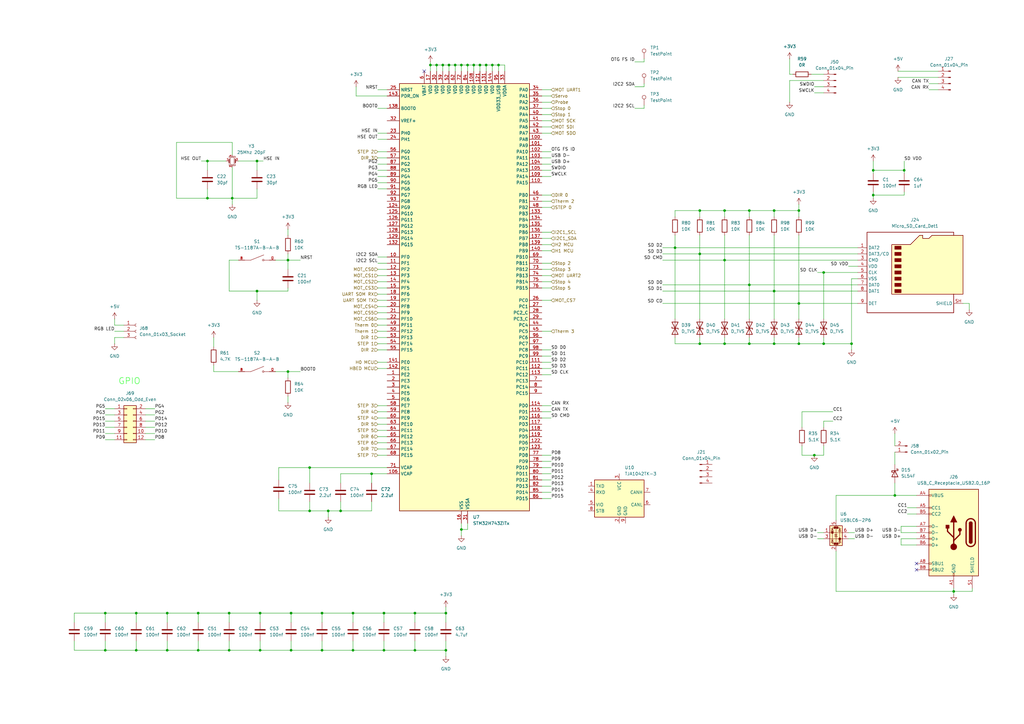
<source format=kicad_sch>
(kicad_sch (version 20231120) (generator "eeschema") (generator_version "8.0")
  (paper "A3")
  (junction (at 191.77 26.67))
  (junction (at 119.38 251.46))
  (junction (at 55.88 251.46))
  (junction (at 157.48 266.7))
  (junction (at 287.02 86.36))
  (junction (at 176.53 26.67))
  (junction (at 127 209.55))
  (junction (at 307.34 140.97))
  (junction (at 189.23 26.67))
  (junction (at 157.48 251.46))
  (junction (at 43.18 251.46))
  (junction (at 43.18 266.7))
  (junction (at 327.66 124.46))
  (junction (at 358.14 69.85))
  (junction (at 105.41 119.38))
  (junction (at 81.28 266.7))
  (junction (at 317.5 119.38))
  (junction (at 317.5 86.36))
  (junction (at 93.98 251.46))
  (junction (at 68.58 266.7))
  (junction (at 170.18 251.46))
  (junction (at 276.86 101.6))
  (junction (at 337.82 111.76))
  (junction (at 139.7 209.55))
  (junction (at 81.28 251.46))
  (junction (at 204.47 26.67))
  (junction (at 334.01 186.69))
  (junction (at 127 191.77))
  (junction (at 118.11 106.68))
  (junction (at 132.08 251.46))
  (junction (at 367.03 203.2))
  (junction (at 391.16 242.57))
  (junction (at 194.31 26.67))
  (junction (at 307.34 116.84))
  (junction (at 287.02 140.97))
  (junction (at 199.39 26.67))
  (junction (at 144.78 266.7))
  (junction (at 85.09 66.04))
  (junction (at 106.68 251.46))
  (junction (at 134.62 209.55))
  (junction (at 179.07 26.67))
  (junction (at 317.5 140.97))
  (junction (at 297.18 86.36))
  (junction (at 349.25 140.97))
  (junction (at 181.61 26.67))
  (junction (at 186.69 26.67))
  (junction (at 95.25 81.28))
  (junction (at 297.18 140.97))
  (junction (at 287.02 104.14))
  (junction (at 68.58 251.46))
  (junction (at 152.4 194.31))
  (junction (at 182.88 266.7))
  (junction (at 105.41 66.04))
  (junction (at 337.82 140.97))
  (junction (at 182.88 251.46))
  (junction (at 196.85 26.67))
  (junction (at 189.23 217.17))
  (junction (at 144.78 251.46))
  (junction (at 106.68 266.7))
  (junction (at 55.88 266.7))
  (junction (at 327.66 86.36))
  (junction (at 370.84 69.85))
  (junction (at 184.15 26.67))
  (junction (at 358.14 80.01))
  (junction (at 132.08 266.7))
  (junction (at 118.11 152.4))
  (junction (at 327.66 140.97))
  (junction (at 201.93 26.67))
  (junction (at 85.09 81.28))
  (junction (at 307.34 86.36))
  (junction (at 297.18 106.68))
  (junction (at 119.38 266.7))
  (junction (at 93.98 266.7))
  (junction (at 170.18 266.7))
  (no_connect (at 375.92 231.14))
  (no_connect (at 375.92 233.68))
  (no_connect (at 173.99 29.21))
  (wire (pts (xy 43.18 167.64) (xy 46.99 167.64)))
  (wire (pts (xy 154.94 179.07) (xy 158.75 179.07)))
  (wire (pts (xy 323.85 33.02) (xy 337.82 33.02)))
  (wire (pts (xy 55.88 266.7) (xy 43.18 266.7)))
  (wire (pts (xy 43.18 177.8) (xy 46.99 177.8)))
  (wire (pts (xy 63.5 167.64) (xy 59.69 167.64)))
  (wire (pts (xy 226.06 107.95) (xy 222.25 107.95)))
  (wire (pts (xy 307.34 116.84) (xy 351.79 116.84)))
  (wire (pts (xy 226.06 196.85) (xy 222.25 196.85)))
  (wire (pts (xy 93.98 251.46) (xy 106.68 251.46)))
  (wire (pts (xy 317.5 119.38) (xy 317.5 130.81)))
  (wire (pts (xy 46.99 140.97) (xy 46.99 138.43)))
  (wire (pts (xy 297.18 138.43) (xy 297.18 140.97)))
  (wire (pts (xy 154.94 118.11) (xy 158.75 118.11)))
  (wire (pts (xy 226.06 168.91) (xy 222.25 168.91)))
  (wire (pts (xy 297.18 86.36) (xy 297.18 88.9)))
  (wire (pts (xy 398.78 241.3) (xy 398.78 242.57)))
  (wire (pts (xy 358.14 80.01) (xy 358.14 81.28)))
  (wire (pts (xy 334.01 38.1) (xy 337.82 38.1)))
  (wire (pts (xy 226.06 95.25) (xy 222.25 95.25)))
  (wire (pts (xy 226.06 46.99) (xy 222.25 46.99)))
  (wire (pts (xy 46.99 138.43) (xy 50.8 138.43)))
  (wire (pts (xy 43.18 251.46) (xy 55.88 251.46)))
  (wire (pts (xy 226.06 82.55) (xy 222.25 82.55)))
  (wire (pts (xy 127 205.74) (xy 127 209.55)))
  (wire (pts (xy 43.18 262.89) (xy 43.18 266.7)))
  (wire (pts (xy 307.34 86.36) (xy 317.5 86.36)))
  (wire (pts (xy 226.06 54.61) (xy 222.25 54.61)))
  (wire (pts (xy 95.25 63.5) (xy 95.25 58.42)))
  (wire (pts (xy 46.99 130.81) (xy 46.99 133.35)))
  (wire (pts (xy 226.06 52.07) (xy 222.25 52.07)))
  (wire (pts (xy 118.11 119.38) (xy 105.41 119.38)))
  (wire (pts (xy 170.18 266.7) (xy 157.48 266.7)))
  (wire (pts (xy 287.02 86.36) (xy 297.18 86.36)))
  (wire (pts (xy 182.88 251.46) (xy 182.88 255.27)))
  (wire (pts (xy 226.06 199.39) (xy 222.25 199.39)))
  (wire (pts (xy 351.79 114.3) (xy 349.25 114.3)))
  (wire (pts (xy 276.86 96.52) (xy 276.86 101.6)))
  (wire (pts (xy 226.06 166.37) (xy 222.25 166.37)))
  (wire (pts (xy 139.7 209.55) (xy 139.7 205.74)))
  (wire (pts (xy 334.01 35.56) (xy 337.82 35.56)))
  (wire (pts (xy 349.25 114.3) (xy 349.25 140.97)))
  (wire (pts (xy 358.14 66.04) (xy 358.14 69.85)))
  (wire (pts (xy 337.82 175.26) (xy 337.82 172.72)))
  (wire (pts (xy 105.41 77.47) (xy 105.41 81.28)))
  (wire (pts (xy 114.3 191.77) (xy 127 191.77)))
  (wire (pts (xy 226.06 100.33) (xy 222.25 100.33)))
  (wire (pts (xy 196.85 29.21) (xy 196.85 26.67)))
  (wire (pts (xy 194.31 26.67) (xy 191.77 26.67)))
  (wire (pts (xy 154.94 120.65) (xy 158.75 120.65)))
  (wire (pts (xy 63.5 175.26) (xy 59.69 175.26)))
  (wire (pts (xy 191.77 217.17) (xy 189.23 217.17)))
  (wire (pts (xy 307.34 116.84) (xy 307.34 130.81)))
  (wire (pts (xy 369.57 215.9) (xy 375.92 215.9)))
  (wire (pts (xy 226.06 44.45) (xy 222.25 44.45)))
  (wire (pts (xy 287.02 104.14) (xy 351.79 104.14)))
  (wire (pts (xy 349.25 140.97) (xy 349.25 143.51)))
  (wire (pts (xy 154.94 113.03) (xy 158.75 113.03)))
  (wire (pts (xy 46.99 133.35) (xy 50.8 133.35)))
  (wire (pts (xy 226.06 115.57) (xy 222.25 115.57)))
  (wire (pts (xy 317.5 96.52) (xy 317.5 119.38)))
  (wire (pts (xy 260.35 35.56) (xy 264.16 35.56)))
  (wire (pts (xy 199.39 29.21) (xy 199.39 26.67)))
  (wire (pts (xy 271.78 124.46) (xy 327.66 124.46)))
  (wire (pts (xy 337.82 111.76) (xy 337.82 130.81)))
  (wire (pts (xy 182.88 248.92) (xy 182.88 251.46)))
  (wire (pts (xy 307.34 138.43) (xy 307.34 140.97)))
  (wire (pts (xy 85.09 66.04) (xy 92.71 66.04)))
  (wire (pts (xy 118.11 162.56) (xy 118.11 165.1)))
  (wire (pts (xy 226.06 85.09) (xy 222.25 85.09)))
  (wire (pts (xy 226.06 186.69) (xy 222.25 186.69)))
  (wire (pts (xy 176.53 26.67) (xy 176.53 29.21)))
  (wire (pts (xy 158.75 39.37) (xy 146.05 39.37)))
  (wire (pts (xy 191.77 26.67) (xy 189.23 26.67)))
  (wire (pts (xy 370.84 80.01) (xy 358.14 80.01)))
  (wire (pts (xy 152.4 205.74) (xy 152.4 209.55)))
  (wire (pts (xy 369.57 223.52) (xy 375.92 223.52)))
  (wire (pts (xy 179.07 26.67) (xy 176.53 26.67)))
  (wire (pts (xy 85.09 81.28) (xy 95.25 81.28)))
  (wire (pts (xy 381 34.29) (xy 384.81 34.29)))
  (wire (pts (xy 226.06 194.31) (xy 222.25 194.31)))
  (wire (pts (xy 105.41 119.38) (xy 105.41 123.19)))
  (wire (pts (xy 264.16 35.56) (xy 264.16 34.29)))
  (wire (pts (xy 154.94 148.59) (xy 158.75 148.59)))
  (wire (pts (xy 191.77 29.21) (xy 191.77 26.67)))
  (wire (pts (xy 337.82 172.72) (xy 341.63 172.72)))
  (wire (pts (xy 199.39 26.67) (xy 196.85 26.67)))
  (wire (pts (xy 154.94 135.89) (xy 158.75 135.89)))
  (wire (pts (xy 397.51 124.46) (xy 397.51 127)))
  (wire (pts (xy 287.02 86.36) (xy 287.02 88.9)))
  (wire (pts (xy 154.94 176.53) (xy 158.75 176.53)))
  (wire (pts (xy 328.93 186.69) (xy 334.01 186.69)))
  (wire (pts (xy 154.94 74.93) (xy 158.75 74.93)))
  (wire (pts (xy 375.92 203.2) (xy 367.03 203.2)))
  (wire (pts (xy 287.02 86.36) (xy 276.86 86.36)))
  (wire (pts (xy 327.66 124.46) (xy 327.66 130.81)))
  (wire (pts (xy 68.58 251.46) (xy 68.58 255.27)))
  (wire (pts (xy 287.02 96.52) (xy 287.02 104.14)))
  (wire (pts (xy 207.01 26.67) (xy 204.47 26.67)))
  (wire (pts (xy 391.16 241.3) (xy 391.16 242.57)))
  (wire (pts (xy 372.11 208.28) (xy 375.92 208.28)))
  (wire (pts (xy 189.23 26.67) (xy 186.69 26.67)))
  (wire (pts (xy 118.11 106.68) (xy 118.11 110.49)))
  (wire (pts (xy 287.02 140.97) (xy 297.18 140.97)))
  (wire (pts (xy 63.5 172.72) (xy 59.69 172.72)))
  (wire (pts (xy 182.88 251.46) (xy 170.18 251.46)))
  (wire (pts (xy 146.05 39.37) (xy 146.05 35.56)))
  (wire (pts (xy 368.3 29.21) (xy 384.81 29.21)))
  (wire (pts (xy 226.06 191.77) (xy 222.25 191.77)))
  (wire (pts (xy 226.06 151.13) (xy 222.25 151.13)))
  (wire (pts (xy 154.94 133.35) (xy 158.75 133.35)))
  (wire (pts (xy 327.66 86.36) (xy 327.66 88.9)))
  (wire (pts (xy 152.4 194.31) (xy 158.75 194.31)))
  (wire (pts (xy 127 191.77) (xy 158.75 191.77)))
  (wire (pts (xy 201.93 29.21) (xy 201.93 26.67)))
  (wire (pts (xy 81.28 251.46) (xy 81.28 255.27)))
  (wire (pts (xy 189.23 214.63) (xy 189.23 217.17)))
  (wire (pts (xy 342.9 203.2) (xy 367.03 203.2)))
  (wire (pts (xy 154.94 69.85) (xy 158.75 69.85)))
  (wire (pts (xy 226.06 69.85) (xy 222.25 69.85)))
  (wire (pts (xy 118.11 118.11) (xy 118.11 119.38)))
  (wire (pts (xy 226.06 72.39) (xy 222.25 72.39)))
  (wire (pts (xy 106.68 262.89) (xy 106.68 266.7)))
  (wire (pts (xy 154.94 64.77) (xy 158.75 64.77)))
  (wire (pts (xy 307.34 140.97) (xy 317.5 140.97)))
  (wire (pts (xy 226.06 189.23) (xy 222.25 189.23)))
  (wire (pts (xy 276.86 140.97) (xy 287.02 140.97)))
  (wire (pts (xy 93.98 106.68) (xy 93.98 119.38)))
  (wire (pts (xy 132.08 251.46) (xy 144.78 251.46)))
  (wire (pts (xy 264.16 44.45) (xy 264.16 43.18)))
  (wire (pts (xy 139.7 198.12) (xy 139.7 194.31)))
  (wire (pts (xy 191.77 214.63) (xy 191.77 217.17)))
  (wire (pts (xy 43.18 266.7) (xy 30.48 266.7)))
  (wire (pts (xy 350.52 218.44) (xy 347.98 218.44)))
  (wire (pts (xy 327.66 138.43) (xy 327.66 140.97)))
  (wire (pts (xy 63.5 180.34) (xy 59.69 180.34)))
  (wire (pts (xy 139.7 194.31) (xy 152.4 194.31)))
  (wire (pts (xy 170.18 262.89) (xy 170.18 266.7)))
  (wire (pts (xy 328.93 175.26) (xy 328.93 168.91)))
  (wire (pts (xy 95.25 68.58) (xy 95.25 81.28)))
  (wire (pts (xy 226.06 148.59) (xy 222.25 148.59)))
  (wire (pts (xy 113.03 106.68) (xy 118.11 106.68)))
  (wire (pts (xy 297.18 106.68) (xy 351.79 106.68)))
  (wire (pts (xy 154.94 151.13) (xy 158.75 151.13)))
  (wire (pts (xy 95.25 58.42) (xy 72.39 58.42)))
  (wire (pts (xy 271.78 106.68) (xy 297.18 106.68)))
  (wire (pts (xy 182.88 269.24) (xy 182.88 266.7)))
  (wire (pts (xy 55.88 251.46) (xy 55.88 255.27)))
  (wire (pts (xy 337.82 140.97) (xy 349.25 140.97)))
  (wire (pts (xy 154.94 72.39) (xy 158.75 72.39)))
  (wire (pts (xy 93.98 266.7) (xy 81.28 266.7)))
  (wire (pts (xy 335.28 111.76) (xy 337.82 111.76)))
  (wire (pts (xy 72.39 81.28) (xy 85.09 81.28)))
  (wire (pts (xy 181.61 26.67) (xy 184.15 26.67)))
  (wire (pts (xy 323.85 30.48) (xy 323.85 24.13)))
  (wire (pts (xy 186.69 26.67) (xy 184.15 26.67)))
  (wire (pts (xy 63.5 177.8) (xy 59.69 177.8)))
  (wire (pts (xy 105.41 69.85) (xy 105.41 66.04)))
  (wire (pts (xy 154.94 54.61) (xy 158.75 54.61)))
  (wire (pts (xy 134.62 209.55) (xy 139.7 209.55)))
  (wire (pts (xy 119.38 251.46) (xy 119.38 255.27)))
  (wire (pts (xy 157.48 262.89) (xy 157.48 266.7)))
  (wire (pts (xy 106.68 266.7) (xy 119.38 266.7)))
  (wire (pts (xy 226.06 113.03) (xy 222.25 113.03)))
  (wire (pts (xy 342.9 226.06) (xy 342.9 242.57)))
  (wire (pts (xy 30.48 251.46) (xy 30.48 255.27)))
  (wire (pts (xy 367.03 185.42) (xy 367.03 190.5)))
  (wire (pts (xy 152.4 198.12) (xy 152.4 194.31)))
  (wire (pts (xy 63.5 170.18) (xy 59.69 170.18)))
  (wire (pts (xy 337.82 138.43) (xy 337.82 140.97)))
  (wire (pts (xy 226.06 36.83) (xy 222.25 36.83)))
  (wire (pts (xy 154.94 107.95) (xy 158.75 107.95)))
  (wire (pts (xy 132.08 266.7) (xy 119.38 266.7)))
  (wire (pts (xy 370.84 66.04) (xy 370.84 69.85)))
  (wire (pts (xy 154.94 138.43) (xy 158.75 138.43)))
  (wire (pts (xy 271.78 119.38) (xy 317.5 119.38)))
  (wire (pts (xy 226.06 201.93) (xy 222.25 201.93)))
  (wire (pts (xy 276.86 86.36) (xy 276.86 88.9)))
  (wire (pts (xy 97.79 66.04) (xy 105.41 66.04)))
  (wire (pts (xy 323.85 41.91) (xy 323.85 33.02)))
  (wire (pts (xy 317.5 86.36) (xy 317.5 88.9)))
  (wire (pts (xy 226.06 143.51) (xy 222.25 143.51)))
  (wire (pts (xy 170.18 251.46) (xy 157.48 251.46)))
  (wire (pts (xy 307.34 96.52) (xy 307.34 116.84)))
  (wire (pts (xy 81.28 251.46) (xy 93.98 251.46)))
  (wire (pts (xy 342.9 213.36) (xy 342.9 203.2)))
  (wire (pts (xy 154.94 57.15) (xy 158.75 57.15)))
  (wire (pts (xy 114.3 209.55) (xy 127 209.55)))
  (wire (pts (xy 55.88 262.89) (xy 55.88 266.7)))
  (wire (pts (xy 154.94 166.37) (xy 158.75 166.37)))
  (wire (pts (xy 391.16 242.57) (xy 391.16 243.84)))
  (wire (pts (xy 93.98 266.7) (xy 106.68 266.7)))
  (wire (pts (xy 179.07 29.21) (xy 179.07 26.67)))
  (wire (pts (xy 81.28 266.7) (xy 68.58 266.7)))
  (wire (pts (xy 226.06 39.37) (xy 222.25 39.37)))
  (wire (pts (xy 226.06 67.31) (xy 222.25 67.31)))
  (wire (pts (xy 154.94 115.57) (xy 158.75 115.57)))
  (wire (pts (xy 226.06 41.91) (xy 222.25 41.91)))
  (wire (pts (xy 181.61 29.21) (xy 181.61 26.67)))
  (wire (pts (xy 222.25 135.89) (xy 226.06 135.89)))
  (wire (pts (xy 132.08 262.89) (xy 132.08 266.7)))
  (wire (pts (xy 367.03 177.8) (xy 367.03 182.88)))
  (wire (pts (xy 43.18 180.34) (xy 46.99 180.34)))
  (wire (pts (xy 276.86 101.6) (xy 351.79 101.6)))
  (wire (pts (xy 119.38 262.89) (xy 119.38 266.7)))
  (wire (pts (xy 154.94 168.91) (xy 158.75 168.91)))
  (wire (pts (xy 337.82 111.76) (xy 351.79 111.76)))
  (wire (pts (xy 118.11 106.68) (xy 123.19 106.68)))
  (wire (pts (xy 68.58 266.7) (xy 55.88 266.7)))
  (wire (pts (xy 154.94 181.61) (xy 158.75 181.61)))
  (wire (pts (xy 157.48 266.7) (xy 144.78 266.7)))
  (wire (pts (xy 154.94 125.73) (xy 158.75 125.73)))
  (wire (pts (xy 297.18 140.97) (xy 307.34 140.97)))
  (wire (pts (xy 201.93 26.67) (xy 199.39 26.67)))
  (wire (pts (xy 118.11 154.94) (xy 118.11 152.4)))
  (wire (pts (xy 154.94 123.19) (xy 158.75 123.19)))
  (wire (pts (xy 182.88 266.7) (xy 170.18 266.7)))
  (wire (pts (xy 114.3 196.85) (xy 114.3 191.77)))
  (wire (pts (xy 276.86 101.6) (xy 276.86 130.81)))
  (wire (pts (xy 93.98 262.89) (xy 93.98 266.7)))
  (wire (pts (xy 226.06 110.49) (xy 222.25 110.49)))
  (wire (pts (xy 226.06 146.05) (xy 222.25 146.05)))
  (wire (pts (xy 85.09 69.85) (xy 85.09 66.04)))
  (wire (pts (xy 297.18 86.36) (xy 307.34 86.36)))
  (wire (pts (xy 317.5 140.97) (xy 327.66 140.97)))
  (wire (pts (xy 154.94 77.47) (xy 158.75 77.47)))
  (wire (pts (xy 118.11 152.4) (xy 123.19 152.4)))
  (wire (pts (xy 358.14 78.74) (xy 358.14 80.01)))
  (wire (pts (xy 276.86 138.43) (xy 276.86 140.97)))
  (wire (pts (xy 226.06 118.11) (xy 222.25 118.11)))
  (wire (pts (xy 186.69 29.21) (xy 186.69 26.67)))
  (wire (pts (xy 334.01 186.69) (xy 337.82 186.69)))
  (wire (pts (xy 368.3 31.75) (xy 384.81 31.75)))
  (wire (pts (xy 226.06 64.77) (xy 222.25 64.77)))
  (wire (pts (xy 105.41 119.38) (xy 93.98 119.38)))
  (wire (pts (xy 154.94 140.97) (xy 158.75 140.97)))
  (wire (pts (xy 154.94 171.45) (xy 158.75 171.45)))
  (wire (pts (xy 226.06 97.79) (xy 222.25 97.79)))
  (wire (pts (xy 327.66 83.82) (xy 327.66 86.36)))
  (wire (pts (xy 317.5 86.36) (xy 327.66 86.36)))
  (wire (pts (xy 68.58 251.46) (xy 81.28 251.46)))
  (wire (pts (xy 82.55 66.04) (xy 85.09 66.04)))
  (wire (pts (xy 154.94 173.99) (xy 158.75 173.99)))
  (wire (pts (xy 154.94 44.45) (xy 158.75 44.45)))
  (wire (pts (xy 194.31 29.21) (xy 194.31 26.67)))
  (wire (pts (xy 271.78 101.6) (xy 276.86 101.6)))
  (wire (pts (xy 144.78 262.89) (xy 144.78 266.7)))
  (wire (pts (xy 106.68 251.46) (xy 106.68 255.27)))
  (wire (pts (xy 337.82 186.69) (xy 337.82 182.88)))
  (wire (pts (xy 154.94 130.81) (xy 158.75 130.81)))
  (wire (pts (xy 369.57 220.98) (xy 369.57 223.52)))
  (wire (pts (xy 154.94 110.49) (xy 158.75 110.49)))
  (wire (pts (xy 370.84 78.74) (xy 370.84 80.01)))
  (wire (pts (xy 43.18 175.26) (xy 46.99 175.26)))
  (wire (pts (xy 154.94 128.27) (xy 158.75 128.27)))
  (wire (pts (xy 170.18 251.46) (xy 170.18 255.27)))
  (wire (pts (xy 144.78 251.46) (xy 144.78 255.27)))
  (wire (pts (xy 43.18 170.18) (xy 46.99 170.18)))
  (wire (pts (xy 317.5 119.38) (xy 351.79 119.38)))
  (wire (pts (xy 114.3 204.47) (xy 114.3 209.55)))
  (wire (pts (xy 181.61 26.67) (xy 179.07 26.67)))
  (wire (pts (xy 226.06 49.53) (xy 222.25 49.53)))
  (wire (pts (xy 271.78 104.14) (xy 287.02 104.14)))
  (wire (pts (xy 87.63 149.86) (xy 87.63 152.4)))
  (wire (pts (xy 332.74 30.48) (xy 337.82 30.48)))
  (wire (pts (xy 154.94 186.69) (xy 158.75 186.69)))
  (wire (pts (xy 226.06 62.23) (xy 222.25 62.23)))
  (wire (pts (xy 372.11 210.82) (xy 375.92 210.82)))
  (wire (pts (xy 106.68 251.46) (xy 119.38 251.46)))
  (wire (pts (xy 307.34 86.36) (xy 307.34 88.9)))
  (wire (pts (xy 176.53 25.4) (xy 176.53 26.67)))
  (wire (pts (xy 157.48 251.46) (xy 157.48 255.27)))
  (wire (pts (xy 328.93 168.91) (xy 341.63 168.91)))
  (wire (pts (xy 381 36.83) (xy 384.81 36.83)))
  (wire (pts (xy 317.5 138.43) (xy 317.5 140.97)))
  (wire (pts (xy 154.94 62.23) (xy 158.75 62.23)))
  (wire (pts (xy 144.78 251.46) (xy 157.48 251.46)))
  (wire (pts (xy 87.63 138.43) (xy 87.63 142.24)))
  (wire (pts (xy 271.78 116.84) (xy 307.34 116.84)))
  (wire (pts (xy 30.48 266.7) (xy 30.48 262.89)))
  (wire (pts (xy 297.18 96.52) (xy 297.18 106.68)))
  (wire (pts (xy 260.35 25.4) (xy 264.16 25.4)))
  (wire (pts (xy 43.18 172.72) (xy 46.99 172.72)))
  (wire (pts (xy 105.41 66.04) (xy 107.95 66.04)))
  (wire (pts (xy 327.66 124.46) (xy 351.79 124.46)))
  (wire (pts (xy 184.15 29.21) (xy 184.15 26.67)))
  (wire (pts (xy 375.92 218.44) (xy 369.57 218.44)))
  (wire (pts (xy 369.57 218.44) (xy 369.57 215.9)))
  (wire (pts (xy 207.01 29.21) (xy 207.01 26.67)))
  (wire (pts (xy 347.98 109.22) (xy 351.79 109.22)))
  (wire (pts (xy 297.18 106.68) (xy 297.18 130.81)))
  (wire (pts (xy 68.58 262.89) (xy 68.58 266.7)))
  (wire (pts (xy 358.14 69.85) (xy 370.84 69.85)))
  (wire (pts (xy 81.28 262.89) (xy 81.28 266.7)))
  (wire (pts (xy 55.88 251.46) (xy 68.58 251.46)))
  (wire (pts (xy 154.94 67.31) (xy 158.75 67.31)))
  (wire (pts (xy 204.47 26.67) (xy 201.93 26.67)))
  (wire (pts (xy 105.41 81.28) (xy 95.25 81.28)))
  (wire (pts (xy 134.62 212.09) (xy 134.62 209.55)))
  (wire (pts (xy 204.47 29.21) (xy 204.47 26.67)))
  (wire (pts (xy 367.03 203.2) (xy 367.03 198.12)))
  (wire (pts (xy 119.38 251.46) (xy 132.08 251.46)))
  (wire (pts (xy 342.9 242.57) (xy 391.16 242.57)))
  (wire (pts (xy 154.94 36.83) (xy 158.75 36.83)))
  (wire (pts (xy 335.28 220.98) (xy 337.82 220.98)))
  (wire (pts (xy 72.39 58.42) (xy 72.39 81.28)))
  (wire (pts (xy 93.98 106.68) (xy 97.79 106.68)))
  (wire (pts (xy 264.16 25.4) (xy 264.16 24.13)))
  (wire (pts (xy 127 198.12) (xy 127 191.77)))
  (wire (pts (xy 154.94 184.15) (xy 158.75 184.15)))
  (wire (pts (xy 226.06 102.87) (xy 222.25 102.87)))
  (wire (pts (xy 287.02 138.43) (xy 287.02 140.97)))
  (wire (pts (xy 325.12 30.48) (xy 323.85 30.48)))
  (wire (pts (xy 46.99 135.89) (xy 50.8 135.89)))
  (wire (pts (xy 226.06 171.45) (xy 222.25 171.45)))
  (wire (pts (xy 87.63 152.4) (xy 97.79 152.4)))
  (wire (pts (xy 85.09 77.47) (xy 85.09 81.28)))
  (wire (pts (xy 287.02 104.14) (xy 287.02 130.81)))
  (wire (pts (xy 118.11 93.98) (xy 118.11 96.52)))
  (wire (pts (xy 226.06 123.19) (xy 222.25 123.19)))
  (wire (pts (xy 118.11 152.4) (xy 113.03 152.4)))
  (wire (pts (xy 132.08 251.46) (xy 132.08 255.27)))
  (wire (pts (xy 189.23 217.17) (xy 189.23 219.71)))
  (wire (pts (xy 358.14 69.85) (xy 358.14 71.12)))
  (wire (pts (xy 260.35 44.45) (xy 264.16 44.45)))
  (wire (pts (xy 144.78 266.7) (xy 132.08 266.7)))
  (wire (pts (xy 335.28 218.44) (xy 337.82 218.44)))
  (wire (pts (xy 154.94 105.41) (xy 158.75 105.41)))
  (wire (pts (xy 328.93 182.88) (xy 328.93 186.69)))
  (wire (pts (xy 95.25 81.28) (xy 95.25 83.82)))
  (wire (pts (xy 327.66 140.97) (xy 337.82 140.97)))
  (wire (pts (xy 226.06 80.01) (xy 222.25 80.01)))
  (wire (pts (xy 350.52 220.98) (xy 347.98 220.98)))
  (wire (pts (xy 226.06 153.67) (xy 222.25 153.67)))
  (wire (pts (xy 43.18 251.46) (xy 30.48 251.46)))
  (wire (pts (xy 182.88 262.89) (xy 182.88 266.7)))
  (wire (pts (xy 327.66 96.52) (xy 327.66 124.46)))
  (wire (pts (xy 370.84 69.85) (xy 370.84 71.12)))
  (wire (pts (xy 154.94 143.51) (xy 158.75 143.51)))
  (wire (pts (xy 196.85 26.67) (xy 194.31 26.67)))
  (wire (pts (xy 127 209.55) (xy 134.62 209.55)))
  (wire (pts (xy 369.57 220.98) (xy 375.92 220.98)))
  (wire (pts (xy 398.78 242.57) (xy 391.16 242.57)))
  (wire (pts (xy 394.97 124.46) (xy 397.51 124.46)))
  (wire (pts (xy 93.98 251.46) (xy 93.98 255.27)))
  (wire (pts (xy 226.06 204.47) (xy 222.25 204.47)))
  (wire (pts (xy 189.23 29.21) (xy 189.23 26.67)))
  (wire (pts (xy 152.4 209.55) (xy 139.7 209.55)))
  (wire (pts (xy 43.18 251.46) (xy 43.18 255.27)))
  (wire (pts (xy 118.11 106.68) (xy 118.11 104.14)))
  (text "GPIO" (at 53.086 156.464 0) (effects (font (size 2.54 2.54))))
  (label "PG5" (at 154.94 74.93 180))
  (label "I2C2 SDA" (at 260.35 35.56 180))
  (label "SD CLK" (at 335.28 111.76 180))
  (label "SD CMD" (at 226.06 171.45 0))
  (label "CAN RX" (at 226.06 166.37 0))
  (label "PD9" (at 43.18 180.34 180))
  (label "SD D1" (at 226.06 146.05 0))
  (label "PD11" (at 226.06 194.31 0))
  (label "PD9" (at 226.06 189.23 0))
  (label "PD13" (at 43.18 175.26 180))
  (label "HSE OUT" (at 82.55 66.04 180))
  (label "SD CLK" (at 226.06 153.67 0))
  (label "HSE IN" (at 107.95 66.04 0))
  (label "USB D+" (at 369.57 220.98 180))
  (label "CC1" (at 341.63 168.91 0))
  (label "SWDIO" (at 226.06 69.85 0))
  (label "PD12" (at 63.5 175.26 0))
  (label "RGB LED" (at 154.94 77.47 180))
  (label "SD VDD" (at 370.84 66.04 0))
  (label "PD10" (at 63.5 177.8 0))
  (label "PD12" (at 226.06 196.85 0))
  (label "PG5" (at 43.18 167.64 180))
  (label "HSE OUT" (at 154.94 57.15 180))
  (label "SD D0" (at 226.06 143.51 0))
  (label "SWCLK" (at 226.06 72.39 0))
  (label "OTG FS ID" (at 226.06 62.23 0))
  (label "PD8" (at 63.5 180.34 0))
  (label "PG3" (at 154.94 69.85 180))
  (label "PG3" (at 43.18 170.18 180))
  (label "SD D3" (at 226.06 151.13 0))
  (label "PG4" (at 154.94 72.39 180))
  (label "I2C2 SCL" (at 154.94 107.95 180))
  (label "OTG FS ID" (at 260.35 25.4 180))
  (label "NRST" (at 154.94 36.83 180))
  (label "SD VDD" (at 347.98 109.22 180))
  (label "PG4" (at 63.5 167.64 0))
  (label "CAN TX" (at 381 34.29 180))
  (label "I2C2 SCL" (at 260.35 44.45 180))
  (label "PD14" (at 226.06 201.93 0))
  (label "USB D-" (at 226.06 64.77 0))
  (label "SD D3" (at 271.78 104.14 180))
  (label "USB D+" (at 226.06 67.31 0))
  (label "PD14" (at 63.5 172.72 0))
  (label "SWCLK" (at 334.01 38.1 180))
  (label "SD D0" (at 271.78 116.84 180))
  (label "USB D+" (at 335.28 218.44 180))
  (label "PD10" (at 226.06 191.77 0))
  (label "SD CD" (at 271.78 124.46 180))
  (label "PG2" (at 154.94 67.31 180))
  (label "PD15" (at 43.18 172.72 180))
  (label "SD D2" (at 226.06 148.59 0))
  (label "CC2" (at 372.11 210.82 180))
  (label "SD CMD" (at 271.78 106.68 180))
  (label "HSE IN" (at 154.94 54.61 180))
  (label "PD8" (at 226.06 186.69 0))
  (label "PD11" (at 43.18 177.8 180))
  (label "BOOT0" (at 123.19 152.4 0))
  (label "SD D1" (at 271.78 119.38 180))
  (label "CC2" (at 341.63 172.72 0))
  (label "PD15" (at 226.06 204.47 0))
  (label "CAN TX" (at 226.06 168.91 0))
  (label "CC1" (at 372.11 208.28 180))
  (label "PD13" (at 226.06 199.39 0))
  (label "SD D2" (at 271.78 101.6 180))
  (label "PG2" (at 63.5 170.18 0))
  (label "USB D+" (at 350.52 218.44 0))
  (label "USB D-" (at 350.52 220.98 0))
  (label "BOOT0" (at 154.94 44.45 180))
  (label "SWDIO" (at 334.01 35.56 180))
  (label "RGB LED" (at 46.99 135.89 180))
  (label "CAN RX" (at 381 36.83 180))
  (label "USB D-" (at 369.57 218.44 180))
  (label "NRST" (at 123.19 106.68 0))
  (label "USB D-" (at 335.28 220.98 180))
  (label "I2C2 SDA" (at 154.94 105.41 180))
  (hierarchical_label "MOT_CS2" (shape input) (at 154.94 115.57 180))
  (hierarchical_label "STEP 4" (shape input) (at 154.94 171.45 180))
  (hierarchical_label "MOT_CS4" (shape input) (at 154.94 125.73 180))
  (hierarchical_label "UART SOM TX" (shape input) (at 154.94 123.19 180))
  (hierarchical_label "STEP 0" (shape input) (at 226.06 85.09 0))
  (hierarchical_label "DIR 7" (shape input) (at 154.94 184.15 180))
  (hierarchical_label "MOT_CS7" (shape input) (at 226.06 123.19 0))
  (hierarchical_label "STEP 6" (shape input) (at 154.94 181.61 180))
  (hierarchical_label "Stop 1" (shape input) (at 226.06 46.99 0))
  (hierarchical_label "Stop 4" (shape input) (at 226.06 115.57 0))
  (hierarchical_label "STEP 5" (shape input) (at 154.94 176.53 180))
  (hierarchical_label "MOT SDI" (shape input) (at 226.06 52.07 0))
  (hierarchical_label "DIR 1" (shape input) (at 154.94 138.43 180))
  (hierarchical_label "HBED MCU" (shape input) (at 154.94 151.13 180))
  (hierarchical_label "Stop 3" (shape input) (at 226.06 110.49 0))
  (hierarchical_label "DIR 5" (shape input) (at 154.94 173.99 180))
  (hierarchical_label "Therm 2" (shape input) (at 226.06 82.55 0))
  (hierarchical_label "Stop 0" (shape input) (at 226.06 44.45 0))
  (hierarchical_label "UART SOM RX" (shape input) (at 154.94 120.65 180))
  (hierarchical_label "MOT UART2" (shape input) (at 226.06 113.03 0))
  (hierarchical_label "MOT_CS0" (shape input) (at 154.94 110.49 180))
  (hierarchical_label "STEP 1" (shape input) (at 154.94 140.97 180))
  (hierarchical_label "STEP 7" (shape input) (at 154.94 186.69 180))
  (hierarchical_label "Therm 1" (shape input) (at 154.94 135.89 180))
  (hierarchical_label "Therm 3" (shape input) (at 226.06 135.89 0))
  (hierarchical_label "MOT_CS1" (shape input) (at 154.94 113.03 180))
  (hierarchical_label "DIR 4" (shape input) (at 154.94 168.91 180))
  (hierarchical_label "H2 MCU" (shape input) (at 226.06 100.33 0))
  (hierarchical_label "MOT_CS6" (shape input) (at 154.94 130.81 180))
  (hierarchical_label "H1 MCU" (shape input) (at 226.06 102.87 0))
  (hierarchical_label "MOT SCK" (shape input) (at 226.06 49.53 0))
  (hierarchical_label "DIR 0" (shape input) (at 226.06 80.01 0))
  (hierarchical_label "I2C1_SCL" (shape input) (at 226.06 95.25 0))
  (hierarchical_label "MOT_CS5" (shape input) (at 154.94 128.27 180))
  (hierarchical_label "STEP 2" (shape input) (at 154.94 62.23 180))
  (hierarchical_label "DIR 6" (shape input) (at 154.94 179.07 180))
  (hierarchical_label "DIR 3" (shape input) (at 154.94 64.77 180))
  (hierarchical_label "H0 MCU" (shape input) (at 154.94 148.59 180))
  (hierarchical_label "Therm 0" (shape input) (at 154.94 133.35 180))
  (hierarchical_label "Stop 5" (shape input) (at 226.06 118.11 0))
  (hierarchical_label "DIR 2" (shape input) (at 154.94 143.51 180))
  (hierarchical_label "Stop 2" (shape input) (at 226.06 107.95 0))
  (hierarchical_label "Servo" (shape input) (at 226.06 39.37 0))
  (hierarchical_label "MOT UART1" (shape input) (at 226.06 36.83 0))
  (hierarchical_label "I2C1_SDA" (shape input) (at 226.06 97.79 0))
  (hierarchical_label "MOT SDO" (shape input) (at 226.06 54.61 0))
  (hierarchical_label "MOT_CS3" (shape input) (at 154.94 118.11 180))
  (hierarchical_label "STEP 3" (shape input) (at 154.94 166.37 180))
  (hierarchical_label "Probe" (shape input) (at 226.06 41.91 0))
  (symbol (lib_id "Device:C") (at 85.09 73.66 0) (unit 1)
    (property "Reference" "C22" (at 88.9 72.3899 0) (effects (justify left)))
    (property "Value" "30pf" (at 88.9 74.9299 0) (effects (justify left)))
    (property "Footprint" "Capacitor_SMD:C_0402_1005Metric" (effects (hide yes)))
    (property "Description" "Unpolarized capacitor" (effects (hide yes)))
  )
  (symbol (lib_id "power:+3V3") (at 176.53 25.4 0) (unit 1)
    (property "Reference" "#PWR060" (effects (hide yes)))
    (property "Value" "+3V3" (at 176.53 20.32 0))
    (property "Description" "Power symbol creates a global label with name \"+3V3\"" (effects (hide yes)))
  )
  (symbol (lib_id "Device:C") (at 370.84 74.93 180) (unit 1)
    (property "Reference" "C64" (at 374.65 73.6599 0) (effects (justify right)))
    (property "Value" "1uf" (at 374.65 76.1999 0) (effects (justify right)))
    (property "Footprint" "Capacitor_SMD:C_0603_1608Metric" (effects (hide yes)))
    (property "Description" "Unpolarized capacitor" (effects (hide yes)))
  )
  (symbol (lib_id "Connector:Conn_01x02_Pin") (at 372.11 185.42 180) (unit 1)
    (property "Reference" "J58" (at 373.38 182.8799 0) (effects (justify right)))
    (property "Value" "Conn_01x02_Pin" (at 373.38 185.4199 0) (effects (justify right)))
    (property "Footprint" "Connector_PinHeader_2.54mm:PinHeader_1x02_P2.54mm_Vertical" (effects (hide yes)))
    (property "Description" "Generic connector, single row, 01x02, script generated" (effects (hide yes)))
  )
  (symbol (lib_id "Connector:TestPoint") (at 264.16 34.29 0) (unit 1)
    (property "Reference" "TP2" (at 266.7 29.7179 0) (effects (justify left)))
    (property "Value" "TestPoint" (at 266.7 32.2579 0) (effects (justify left)))
    (property "Footprint" "TestPoint:TestPoint_Pad_1.5x1.5mm" (effects (hide yes)))
    (property "Description" "test point" (effects (hide yes)))
  )
  (symbol (lib_id "power:+3V3") (at 182.88 248.92 0) (unit 1)
    (property "Reference" "#PWR059" (effects (hide yes)))
    (property "Value" "+3V3" (at 182.88 243.84 0))
    (property "Description" "Power symbol creates a global label with name \"+3V3\"" (effects (hide yes)))
  )
  (symbol (lib_id "Device:C") (at 132.08 259.08 0) (unit 1)
    (property "Reference" "C55" (at 135.89 257.8099 0) (effects (justify left)))
    (property "Value" "100nf" (at 135.89 260.3499 0) (effects (justify left)))
    (property "Footprint" "Capacitor_SMD:C_0603_1608Metric" (effects (hide yes)))
    (property "Description" "Unpolarized capacitor" (effects (hide yes)))
  )
  (symbol (lib_id "Device:R") (at 118.11 100.33 180) (unit 1)
    (property "Reference" "R60" (at 120.65 99.0599 0) (effects (justify right)))
    (property "Value" "10K" (at 120.65 101.5999 0) (effects (justify right)))
    (property "Footprint" "Resistor_SMD:R_0603_1608Metric" (effects (hide yes)))
    (property "Description" "Resistor" (effects (hide yes)))
  )
  (symbol (lib_id "Device:C") (at 358.14 74.93 180) (unit 1)
    (property "Reference" "C1" (at 361.95 73.6599 0) (effects (justify right)))
    (property "Value" "100nf" (at 361.95 76.1999 0) (effects (justify right)))
    (property "Footprint" "Capacitor_SMD:C_0402_1005Metric" (effects (hide yes)))
    (property "Description" "Unpolarized capacitor" (effects (hide yes)))
  )
  (symbol (lib_id "power:GND") (at 349.25 143.51 0) (unit 1)
    (property "Reference" "#PWR063" (effects (hide yes)))
    (property "Value" "GND" (at 349.25 148.59 0))
    (property "Description" "Power symbol creates a global label with name \"GND\" , ground" (effects (hide yes)))
  )
  (symbol (lib_id "Device:R") (at 327.66 92.71 0) (unit 1)
    (property "Reference" "R99" (at 330.2 91.4399 0) (effects (justify left)))
    (property "Value" "10K" (at 330.2 93.9799 0) (effects (justify left)))
    (property "Footprint" "Resistor_SMD:R_0402_1005Metric" (effects (hide yes)))
    (property "Description" "Resistor" (effects (hide yes)))
  )
  (symbol (lib_id "MCU_ST_STM32H7:STM32H743ZITx") (at 189.23 123.19 0) (unit 1)
    (property "Reference" "U7" (at 193.9641 212.09 0) (effects (justify left)))
    (property "Value" "STM32H743ZITx" (at 193.9641 214.63 0) (effects (justify left)))
    (property "Footprint" "Package_QFP:LQFP-144_20x20mm_P0.5mm" (effects (hide yes)))
    (property "Datasheet" "https://www.st.com/resource/en/datasheet/stm32h743zi.pdf" (effects (hide yes)))
    (property "Description" "STMicroelectronics Arm Cortex-M7 MCU, 2048KB flash, 1024KB RAM, 480 MHz, 1.62-3.6V, 114 GPIO, LQFP144" (effects (hide yes)))
  )
  (symbol (lib_id "Device:C") (at 157.48 259.08 0) (unit 1)
    (property "Reference" "C57" (at 161.29 257.8099 0) (effects (justify left)))
    (property "Value" "100nf" (at 161.29 260.3499 0) (effects (justify left)))
    (property "Footprint" "Capacitor_SMD:C_0603_1608Metric" (effects (hide yes)))
    (property "Description" "Unpolarized capacitor" (effects (hide yes)))
  )
  (symbol (lib_id "TS-1187A-B-A-B:TS-1187A-B-A-B") (at 105.41 106.68 0) (unit 1)
    (property "Reference" "S1" (at 105.41 99.06 0))
    (property "Value" "TS-1187A-B-A-B" (at 105.41 101.6 0))
    (property "Footprint" "TS-1187A-B-A-B:SW_TS-1187A-B-A-B" (effects (hide yes)))
    (property "MF" "XKB Industrial Precision" (effects (hide yes)))
    (property "MAXIMUM_PACKAGE_HEIGHT" "1.5mm" (effects (hide yes)))
    (property "Package" "Package" (effects (hide yes)))
    (property "Price" "None" (effects (hide yes)))
    (property "Check_prices" "https://www.snapeda.com/parts/TS-1187A-B-A-B/XKB+Industrial+Precision/view-part/?ref=eda" (effects (hide yes)))
    (property "STANDARD" "Manufacturer Recommendations" (effects (hide yes)))
    (property "PARTREV" "A0" (effects (hide yes)))
    (property "SnapEDA_Link" "https://www.snapeda.com/parts/TS-1187A-B-A-B/XKB+Industrial+Precision/view-part/?ref=snap" (effects (hide yes)))
    (property "MP" "TS-1187A-B-A-B" (effects (hide yes)))
    (property "Description_1" "\nTS-1187A-B-A-B XKB Connectivity\n" (effects (hide yes)))
    (property "Availability" "Not in stock" (effects (hide yes)))
    (property "MANUFACTURER" "XKB Industrial Precision" (effects (hide yes)))
  )
  (symbol (lib_id "Device:R") (at 276.86 92.71 0) (unit 1)
    (property "Reference" "R80" (at 279.4 91.4399 0) (effects (justify left)))
    (property "Value" "10K" (at 279.4 93.9799 0) (effects (justify left)))
    (property "Footprint" "Resistor_SMD:R_0402_1005Metric" (effects (hide yes)))
    (property "Description" "Resistor" (effects (hide yes)))
  )
  (symbol (lib_id "Connector:Conn_01x04_Pin") (at 389.89 31.75 0) (mirror y) (unit 1)
    (property "Reference" "J27" (at 389.255 24.13 0))
    (property "Value" "Conn_01x04_Pin" (at 389.255 26.67 0))
    (property "Footprint" "Connector_PinHeader_2.54mm:PinHeader_1x04_P2.54mm_Vertical" (effects (hide yes)))
    (property "Description" "Generic connector, single row, 01x04, script generated" (effects (hide yes)))
  )
  (symbol (lib_id "Device:C") (at 170.18 259.08 0) (unit 1)
    (property "Reference" "C58" (at 173.99 257.8099 0) (effects (justify left)))
    (property "Value" "100nf" (at 173.99 260.3499 0) (effects (justify left)))
    (property "Footprint" "Capacitor_SMD:C_0603_1608Metric" (effects (hide yes)))
    (property "Description" "Unpolarized capacitor" (effects (hide yes)))
  )
  (symbol (lib_id "power:+3V3") (at 118.11 93.98 0) (unit 1)
    (property "Reference" "#PWR0127" (effects (hide yes)))
    (property "Value" "+3V3" (at 118.11 88.9 0))
    (property "Description" "Power symbol creates a global label with name \"+3V3\"" (effects (hide yes)))
  )
  (symbol (lib_id "Connector:Conn_01x03_Socket") (at 55.88 135.89 0) (unit 1)
    (property "Reference" "J68" (at 57.15 134.6199 0) (effects (justify left)))
    (property "Value" "Conn_01x03_Socket" (at 57.15 137.1599 0) (effects (justify left)))
    (property "Footprint" "Connector_PinHeader_2.54mm:PinHeader_1x03_P2.54mm_Vertical" (effects (hide yes)))
    (property "Description" "Generic connector, single row, 01x03, script generated" (effects (hide yes)))
  )
  (symbol (lib_id "Device:C") (at 119.38 259.08 0) (unit 1)
    (property "Reference" "C54" (at 123.19 257.8099 0) (effects (justify left)))
    (property "Value" "100nf" (at 123.19 260.3499 0) (effects (justify left)))
    (property "Footprint" "Capacitor_SMD:C_0603_1608Metric" (effects (hide yes)))
    (property "Description" "Unpolarized capacitor" (effects (hide yes)))
  )
  (symbol (lib_id "Device:R") (at 328.93 179.07 0) (unit 1)
    (property "Reference" "R35" (at 331.47 177.7999 0) (effects (justify left)))
    (property "Value" "5.1K" (at 331.47 180.3399 0) (effects (justify left)))
    (property "Footprint" "Resistor_SMD:R_0603_1608Metric" (effects (hide yes)))
    (property "Description" "Resistor" (effects (hide yes)))
  )
  (symbol (lib_id "power:GND") (at 368.3 31.75 0) (unit 1)
    (property "Reference" "#PWR065" (effects (hide yes)))
    (property "Value" "GND" (at 368.3 36.83 0))
    (property "Description" "Power symbol creates a global label with name \"GND\" , ground" (effects (hide yes)))
  )
  (symbol (lib_id "power:GND") (at 189.23 219.71 0) (unit 1)
    (property "Reference" "#PWR061" (effects (hide yes)))
    (property "Value" "GND" (at 189.23 224.79 0))
    (property "Description" "Power symbol creates a global label with name \"GND\" , ground" (effects (hide yes)))
  )
  (symbol (lib_id "Device:R") (at 337.82 179.07 0) (unit 1)
    (property "Reference" "R34" (at 340.36 177.7999 0) (effects (justify left)))
    (property "Value" "5.1K" (at 340.36 180.3399 0) (effects (justify left)))
    (property "Footprint" "Resistor_SMD:R_0603_1608Metric" (effects (hide yes)))
    (property "Description" "Resistor" (effects (hide yes)))
  )
  (symbol (lib_id "Device:R") (at 297.18 92.71 0) (unit 1)
    (property "Reference" "R83" (at 299.72 91.4399 0) (effects (justify left)))
    (property "Value" "10K" (at 299.72 93.9799 0) (effects (justify left)))
    (property "Footprint" "Resistor_SMD:R_0402_1005Metric" (effects (hide yes)))
    (property "Description" "Resistor" (effects (hide yes)))
  )
  (symbol (lib_id "Device:C") (at 68.58 259.08 0) (unit 1)
    (property "Reference" "C62" (at 72.39 257.8099 0) (effects (justify left)))
    (property "Value" "100nf" (at 72.39 260.3499 0) (effects (justify left)))
    (property "Footprint" "Capacitor_SMD:C_0603_1608Metric" (effects (hide yes)))
    (property "Description" "Unpolarized capacitor" (effects (hide yes)))
  )
  (symbol (lib_id "Device:C") (at 118.11 114.3 0) (unit 1)
    (property "Reference" "C21" (at 121.92 113.0299 0) (effects (justify left)))
    (property "Value" "100nf" (at 121.92 115.5699 0) (effects (justify left)))
    (property "Footprint" "Capacitor_SMD:C_0603_1608Metric" (effects (hide yes)))
    (property "Description" "Unpolarized capacitor" (effects (hide yes)))
  )
  (symbol (lib_id "power:GND") (at 46.99 140.97 0) (unit 1)
    (property "Reference" "#PWR0185" (effects (hide yes)))
    (property "Value" "GND" (at 46.99 146.05 0))
    (property "Description" "Power symbol creates a global label with name \"GND\" , ground" (effects (hide yes)))
  )
  (symbol (lib_id "power:+3V3") (at 327.66 83.82 0) (mirror y) (unit 1)
    (property "Reference" "#PWR0158" (effects (hide yes)))
    (property "Value" "+3V3" (at 327.66 78.74 0))
    (property "Description" "Power symbol creates a global label with name \"+3V3\"" (effects (hide yes)))
  )
  (symbol (lib_id "power:GND") (at 358.14 81.28 0) (unit 1)
    (property "Reference" "#PWR0157" (effects (hide yes)))
    (property "Value" "GND" (at 358.14 86.36 0))
    (property "Description" "Power symbol creates a global label with name \"GND\" , ground" (effects (hide yes)))
  )
  (symbol (lib_id "power:+5V") (at 367.03 177.8 0) (unit 1)
    (property "Reference" "#PWR036" (effects (hide yes)))
    (property "Value" "+5V" (at 367.03 172.72 0))
    (property "Description" "Power symbol creates a global label with name \"+5V\"" (effects (hide yes)))
  )
  (symbol (lib_id "power:+3V3") (at 358.14 66.04 0) (mirror y) (unit 1)
    (property "Reference" "#PWR062" (effects (hide yes)))
    (property "Value" "+3V3" (at 358.14 60.96 0))
    (property "Description" "Power symbol creates a global label with name \"+3V3\"" (effects (hide yes)))
  )
  (symbol (lib_id "Device:D_TVS") (at 297.18 134.62 90) (unit 1)
    (property "Reference" "D41" (at 299.72 133.3499 90) (effects (justify right)))
    (property "Value" "D_TVS" (at 299.72 135.8899 90) (effects (justify right)))
    (property "Footprint" "Diode_SMD:D_SOD-882" (effects (hide yes)))
    (property "Description" "Bidirectional transient-voltage-suppression diode" (effects (hide yes)))
  )
  (symbol (lib_id "Connector:USB_C_Receptacle_USB2.0_16P") (at 391.16 218.44 0) (mirror y) (unit 1)
    (property "Reference" "J26" (at 391.16 195.58 0))
    (property "Value" "USB_C_Receptacle_USB2.0_16P" (at 391.16 198.12 0))
    (property "Footprint" "TypeC:USB-C-SMD_TYPE-C-31-M-31" (effects (hide yes)))
    (property "Datasheet" "https://www.usb.org/sites/default/files/documents/usb_type-c.zip" (effects (hide yes)))
    (property "Description" "USB 2.0-only 16P Type-C Receptacle connector" (effects (hide yes)))
  )
  (symbol (lib_id "TS-1187A-B-A-B:TS-1187A-B-A-B") (at 105.41 152.4 0) (unit 1)
    (property "Reference" "S2" (at 105.41 144.78 0))
    (property "Value" "TS-1187A-B-A-B" (at 105.41 147.32 0))
    (property "Footprint" "TS-1187A-B-A-B:SW_TS-1187A-B-A-B" (effects (hide yes)))
    (property "MF" "XKB Industrial Precision" (effects (hide yes)))
    (property "MAXIMUM_PACKAGE_HEIGHT" "1.5mm" (effects (hide yes)))
    (property "Package" "Package" (effects (hide yes)))
    (property "Price" "None" (effects (hide yes)))
    (property "Check_prices" "https://www.snapeda.com/parts/TS-1187A-B-A-B/XKB+Industrial+Precision/view-part/?ref=eda" (effects (hide yes)))
    (property "STANDARD" "Manufacturer Recommendations" (effects (hide yes)))
    (property "PARTREV" "A0" (effects (hide yes)))
    (property "SnapEDA_Link" "https://www.snapeda.com/parts/TS-1187A-B-A-B/XKB+Industrial+Precision/view-part/?ref=snap" (effects (hide yes)))
    (property "MP" "TS-1187A-B-A-B" (effects (hide yes)))
    (property "Description_1" "\nTS-1187A-B-A-B XKB Connectivity\n" (effects (hide yes)))
    (property "Availability" "Not in stock" (effects (hide yes)))
    (property "MANUFACTURER" "XKB Industrial Precision" (effects (hide yes)))
  )
  (symbol (lib_id "Device:R") (at 87.63 146.05 180) (unit 1)
    (property "Reference" "R61" (at 90.17 144.7799 0) (effects (justify right)))
    (property "Value" "4.7K" (at 90.17 147.3199 0) (effects (justify right)))
    (property "Footprint" "Resistor_SMD:R_0603_1608Metric" (effects (hide yes)))
    (property "Description" "Resistor" (effects (hide yes)))
  )
  (symbol (lib_id "power:GND") (at 105.41 123.19 0) (unit 1)
    (property "Reference" "#PWR0126" (effects (hide yes)))
    (property "Value" "GND" (at 105.41 128.27 0))
    (property "Description" "Power symbol creates a global label with name \"GND\" , ground" (effects (hide yes)))
  )
  (symbol (lib_id "Device:D_TVS") (at 287.02 134.62 90) (unit 1)
    (property "Reference" "D40" (at 289.56 133.3499 90) (effects (justify right)))
    (property "Value" "D_TVS" (at 289.56 135.8899 90) (effects (justify right)))
    (property "Footprint" "Diode_SMD:D_SOD-882" (effects (hide yes)))
    (property "Description" "Bidirectional transient-voltage-suppression diode" (effects (hide yes)))
  )
  (symbol (lib_id "power:GND") (at 118.11 165.1 0) (unit 1)
    (property "Reference" "#PWR0128" (effects (hide yes)))
    (property "Value" "GND" (at 118.11 170.18 0))
    (property "Description" "Power symbol creates a global label with name \"GND\" , ground" (effects (hide yes)))
  )
  (symbol (lib_id "Device:C") (at 105.41 73.66 0) (unit 1)
    (property "Reference" "C23" (at 109.22 72.3899 0) (effects (justify left)))
    (property "Value" "30pf" (at 109.22 74.9299 0) (effects (justify left)))
    (property "Footprint" "Capacitor_SMD:C_0402_1005Metric" (effects (hide yes)))
    (property "Description" "Unpolarized capacitor" (effects (hide yes)))
  )
  (symbol (lib_id "power:+5V") (at 46.99 130.81 0) (unit 1)
    (property "Reference" "#PWR0184" (effects (hide yes)))
    (property "Value" "+5V" (at 46.99 125.73 0))
    (property "Description" "Power symbol creates a global label with name \"+5V\"" (effects (hide yes)))
  )
  (symbol (lib_id "Device:Crystal_GND24_Small") (at 95.25 66.04 0) (unit 1)
    (property "Reference" "Y3" (at 103.124 59.944 0))
    (property "Value" "25Mhz 20pF" (at 103.124 62.484 0))
    (property "Footprint" "Crystal:Crystal_SMD_3225-4Pin_3.2x2.5mm" (effects (hide yes)))
    (property "Description" "Four pin crystal, GND on pins 2 and 4, small symbol" (effects (hide yes)))
    (property "LCSC" "C13740" (effects (hide yes)))
    (property "Part Number" "X322525MSB4SI" (effects (hide yes)))
  )
  (symbol (lib_id "Device:D_TVS") (at 317.5 134.62 90) (unit 1)
    (property "Reference" "D43" (at 320.04 133.3499 90) (effects (justify right)))
    (property "Value" "D_TVS" (at 320.04 135.8899 90) (effects (justify right)))
    (property "Footprint" "Diode_SMD:D_SOD-882" (effects (hide yes)))
    (property "Description" "Bidirectional transient-voltage-suppression diode" (effects (hide yes)))
  )
  (symbol (lib_id "Device:C") (at 81.28 259.08 0) (unit 1)
    (property "Reference" "C51" (at 85.09 257.8099 0) (effects (justify left)))
    (property "Value" "100nf" (at 85.09 260.3499 0) (effects (justify left)))
    (property "Footprint" "Capacitor_SMD:C_0603_1608Metric" (effects (hide yes)))
    (property "Description" "Unpolarized capacitor" (effects (hide yes)))
  )
  (symbol (lib_id "Device:D_TVS") (at 276.86 134.62 90) (unit 1)
    (property "Reference" "D39" (at 279.4 133.3499 90) (effects (justify right)))
    (property "Value" "D_TVS" (at 279.4 135.8899 90) (effects (justify right)))
    (property "Footprint" "Diode_SMD:D_SOD-882" (effects (hide yes)))
    (property "Description" "Bidirectional transient-voltage-suppression diode" (effects (hide yes)))
  )
  (symbol (lib_id "Device:R") (at 118.11 158.75 180) (unit 1)
    (property "Reference" "R64" (at 120.65 157.4799 0) (effects (justify right)))
    (property "Value" "10K" (at 120.65 160.0199 0) (effects (justify right)))
    (property "Footprint" "Resistor_SMD:R_0603_1608Metric" (effects (hide yes)))
    (property "Description" "Resistor" (effects (hide yes)))
  )
  (symbol (lib_id "power:+3V3") (at 323.85 24.13 0) (unit 1)
    (property "Reference" "#PWR0125" (effects (hide yes)))
    (property "Value" "+3V3" (at 323.85 19.05 0))
    (property "Description" "Power symbol creates a global label with name \"+3V3\"" (effects (hide yes)))
  )
  (symbol (lib_id "power:GND") (at 391.16 243.84 0) (unit 1)
    (property "Reference" "#PWR056" (effects (hide yes)))
    (property "Value" "GND" (at 391.16 248.92 0))
    (property "Description" "Power symbol creates a global label with name \"GND\" , ground" (effects (hide yes)))
  )
  (symbol (lib_id "power:GND") (at 182.88 269.24 0) (unit 1)
    (property "Reference" "#PWR058" (effects (hide yes)))
    (property "Value" "GND" (at 182.88 274.32 0))
    (property "Description" "Power symbol creates a global label with name \"GND\" , ground" (effects (hide yes)))
  )
  (symbol (lib_id "Connector:Micro_SD_Card_Det1") (at 374.65 111.76 0) (unit 1)
    (property "Reference" "J24" (at 375.285 90.17 0))
    (property "Value" "Micro_SD_Card_Det1" (at 375.285 92.71 0))
    (property "Footprint" "TF-115:TF-115" (effects (hide yes)))
    (property "Datasheet" "https://datasheet.lcsc.com/lcsc/2110151630_XKB-Connectivity-XKTF-015-N_C381082.pdf" (effects (hide yes)))
    (property "Description" "Micro SD Card Socket with one card detection pin" (effects (hide yes)))
  )
  (symbol (lib_id "Device:C") (at 55.88 259.08 0) (unit 1)
    (property "Reference" "C61" (at 59.69 257.8099 0) (effects (justify left)))
    (property "Value" "100nf" (at 59.69 260.3499 0) (effects (justify left)))
    (property "Footprint" "Capacitor_SMD:C_0603_1608Metric" (effects (hide yes)))
    (property "Description" "Unpolarized capacitor" (effects (hide yes)))
  )
  (symbol (lib_id "Power_Protection:USBLC6-2P6") (at 342.9 218.44 0) (unit 1)
    (property "Reference" "U6" (at 344.5511 210.82 0) (effects (justify left)))
    (property "Value" "USBLC6-2P6" (at 344.5511 213.36 0) (effects (justify left)))
    (property "Footprint" "Package_TO_SOT_SMD:SOT-666" (effects (hide yes)))
    (property "Datasheet" "https://www.st.com/resource/en/datasheet/usblc6-2.pdf" (effects (hide yes)))
    (property "Description" "Very low capacitance ESD protection diode, 2 data-line, SOT-666" (effects (hide yes)))
  )
  (symbol (lib_id "Device:C") (at 139.7 201.93 0) (unit 1)
    (property "Reference" "C74" (at 143.51 200.6599 0) (effects (justify left)))
    (property "Value" "100nf" (at 143.51 203.1999 0) (effects (justify left)))
    (property "Footprint" "Capacitor_SMD:C_0603_1608Metric" (effects (hide yes)))
    (property "Description" "Unpolarized capacitor" (effects (hide yes)))
  )
  (symbol (lib_id "Device:C") (at 182.88 259.08 0) (unit 1)
    (property "Reference" "C63" (at 186.69 257.8099 0) (effects (justify left)))
    (property "Value" "4.7uf" (at 186.69 260.3499 0) (effects (justify left)))
    (property "Footprint" "Capacitor_SMD:C_0603_1608Metric" (effects (hide yes)))
    (property "Description" "Unpolarized capacitor" (effects (hide yes)))
  )
  (symbol (lib_id "Device:C") (at 43.18 259.08 0) (unit 1)
    (property "Reference" "C60" (at 46.99 257.8099 0) (effects (justify left)))
    (property "Value" "100nf" (at 46.99 260.3499 0) (effects (justify left)))
    (property "Footprint" "Capacitor_SMD:C_0603_1608Metric" (effects (hide yes)))
    (property "Description" "Unpolarized capacitor" (effects (hide yes)))
  )
  (symbol (lib_id "Device:D_TVS") (at 337.82 134.62 90) (unit 1)
    (property "Reference" "D45" (at 340.36 133.3499 90) (effects (justify right)))
    (property "Value" "D_TVS" (at 340.36 135.8899 90) (effects (justify right)))
    (property "Footprint" "Diode_SMD:D_SOD-882" (effects (hide yes)))
    (property "Description" "Bidirectional transient-voltage-suppression diode" (effects (hide yes)))
  )
  (symbol (lib_id "Device:C") (at 127 201.93 0) (unit 1)
    (property "Reference" "C73" (at 130.81 200.6599 0) (effects (justify left)))
    (property "Value" "2.2uf" (at 130.81 203.1999 0) (effects (justify left)))
    (property "Footprint" "Capacitor_SMD:C_0603_1608Metric" (effects (hide yes)))
    (property "Description" "Unpolarized capacitor" (effects (hide yes)))
  )
  (symbol (lib_id "Device:R") (at 307.34 92.71 0) (unit 1)
    (property "Reference" "R84" (at 309.88 91.4399 0) (effects (justify left)))
    (property "Value" "10K" (at 309.88 93.9799 0) (effects (justify left)))
    (property "Footprint" "Resistor_SMD:R_0402_1005Metric" (effects (hide yes)))
    (property "Description" "Resistor" (effects (hide yes)))
  )
  (symbol (lib_id "Device:R") (at 317.5 92.71 0) (unit 1)
    (property "Reference" "R98" (at 320.04 91.4399 0) (effects (justify left)))
    (property "Value" "10K" (at 320.04 93.9799 0) (effects (justify left)))
    (property "Footprint" "Resistor_SMD:R_0402_1005Metric" (effects (hide yes)))
    (property "Description" "Resistor" (effects (hide yes)))
  )
  (symbol (lib_id "Interface_CAN_LIN:TJA1042TK-3") (at 254 204.47 0) (unit 1)
    (property "Reference" "U10" (at 256.1941 191.77 0) (effects (justify left)))
    (property "Value" "TJA1042TK-3" (at 256.1941 194.31 0) (effects (justify left)))
    (property "Footprint" "Package_SON:HVSON-8-1EP_3x3mm_P0.65mm_EP1.6x2.4mm" (effects (hide yes)))
    (property "Datasheet" "http://www.nxp.com/docs/en/data-sheet/TJA1042.pdf" (effects (hide yes)))
    (property "Description" "High-Speed CAN Transceiver, separate VIO, standby mode, DFN-8-1EP" (effects (hide yes)))
  )
  (symbol (lib_id "Device:D_TVS") (at 307.34 134.62 90) (unit 1)
    (property "Reference" "D42" (at 309.88 133.3499 90) (effects (justify right)))
    (property "Value" "D_TVS" (at 309.88 135.8899 90) (effects (justify right)))
    (property "Footprint" "Diode_SMD:D_SOD-882" (effects (hide yes)))
    (property "Description" "Bidirectional transient-voltage-suppression diode" (effects (hide yes)))
  )
  (symbol (lib_id "Device:C") (at 30.48 259.08 0) (unit 1)
    (property "Reference" "C59" (at 34.29 257.8099 0) (effects (justify left)))
    (property "Value" "100nf" (at 34.29 260.3499 0) (effects (justify left)))
    (property "Footprint" "Capacitor_SMD:C_0603_1608Metric" (effects (hide yes)))
    (property "Description" "Unpolarized capacitor" (effects (hide yes)))
  )
  (symbol (lib_id "Connector_Generic:Conn_02x06_Odd_Even") (at 52.07 172.72 0) (unit 1)
    (property "Reference" "J69" (at 53.34 161.29 0))
    (property "Value" "Conn_02x06_Odd_Even" (at 53.34 163.83 0))
    (property "Footprint" "Connector_PinHeader_2.54mm:PinHeader_2x06_P2.54mm_Vertical" (effects (hide yes)))
    (property "Description" "Generic connector, double row, 02x06, odd/even pin numbering scheme (row 1 odd numbers, row 2 even numbers), script generated (kicad-library-utils/schlib/autogen/connector/)" (effects (hide yes)))
  )
  (symbol (lib_id "power:GND") (at 334.01 186.69 0) (unit 1)
    (property "Reference" "#PWR055" (effects (hide yes)))
    (property "Value" "GND" (at 334.01 191.77 0))
    (property "Description" "Power symbol creates a global label with name \"GND\" , ground" (effects (hide yes)))
  )
  (symbol (lib_id "Device:C") (at 93.98 259.08 0) (unit 1)
    (property "Reference" "C52" (at 97.79 257.8099 0) (effects (justify left)))
    (property "Value" "100nf" (at 97.79 260.3499 0) (effects (justify left)))
    (property "Footprint" "Capacitor_SMD:C_0603_1608Metric" (effects (hide yes)))
    (property "Description" "Unpolarized capacitor" (effects (hide yes)))
  )
  (symbol (lib_id "Connector:TestPoint") (at 264.16 43.18 0) (unit 1)
    (property "Reference" "TP3" (at 266.7 38.6079 0) (effects (justify left)))
    (property "Value" "TestPoint" (at 266.7 41.1479 0) (effects (justify left)))
    (property "Footprint" "TestPoint:TestPoint_Pad_1.5x1.5mm" (effects (hide yes)))
    (property "Description" "test point" (effects (hide yes)))
  )
  (symbol (lib_id "power:GND") (at 397.51 127 0) (unit 1)
    (property "Reference" "#PWR064" (effects (hide yes)))
    (property "Value" "GND" (at 397.51 132.08 0))
    (property "Description" "Power symbol creates a global label with name \"GND\" , ground" (effects (hide yes)))
  )
  (symbol (lib_id "Connector:TestPoint") (at 264.16 24.13 0) (unit 1)
    (property "Reference" "TP1" (at 266.7 19.5579 0) (effects (justify left)))
    (property "Value" "TestPoint" (at 266.7 22.0979 0) (effects (justify left)))
    (property "Footprint" "TestPoint:TestPoint_Pad_1.5x1.5mm" (effects (hide yes)))
    (property "Description" "test point" (effects (hide yes)))
  )
  (symbol (lib_id "power:GND") (at 95.25 83.82 0) (unit 1)
    (property "Reference" "#PWR057" (effects (hide yes)))
    (property "Value" "GND" (at 95.25 88.9 0))
    (property "Description" "Power symbol creates a global label with name \"GND\" , ground" (effects (hide yes)))
  )
  (symbol (lib_id "Device:C") (at 106.68 259.08 0) (unit 1)
    (property "Reference" "C53" (at 110.49 257.8099 0) (effects (justify left)))
    (property "Value" "100nf" (at 110.49 260.3499 0) (effects (justify left)))
    (property "Footprint" "Capacitor_SMD:C_0603_1608Metric" (effects (hide yes)))
    (property "Description" "Unpolarized capacitor" (effects (hide yes)))
  )
  (symbol (lib_id "power:+3V3") (at 146.05 35.56 0) (unit 1)
    (property "Reference" "#PWR0144" (effects (hide yes)))
    (property "Value" "+3V3" (at 146.05 30.48 0))
    (property "Description" "Power symbol creates a global label with name \"+3V3\"" (effects (hide yes)))
  )
  (symbol (lib_id "Connector:Conn_01x04_Pin") (at 342.9 33.02 0) (mirror y) (unit 1)
    (property "Reference" "J50" (at 342.265 25.4 0))
    (property "Value" "Conn_01x04_Pin" (at 342.265 27.94 0))
    (property "Footprint" "Connector_PinHeader_2.54mm:PinHeader_1x04_P2.54mm_Vertical" (effects (hide yes)))
    (property "Description" "Generic connector, single row, 01x04, script generated" (effects (hide yes)))
  )
  (symbol (lib_id "Device:C") (at 152.4 201.93 0) (unit 1)
    (property "Reference" "C72" (at 156.21 200.6599 0) (effects (justify left)))
    (property "Value" "2.2uf" (at 156.21 203.1999 0) (effects (justify left)))
    (property "Footprint" "Capacitor_SMD:C_0603_1608Metric" (effects (hide yes)))
    (property "Description" "Unpolarized capacitor" (effects (hide yes)))
  )
  (symbol (lib_id "Device:C") (at 144.78 259.08 0) (unit 1)
    (property "Reference" "C56" (at 148.59 257.8099 0) (effects (justify left)))
    (property "Value" "100nf" (at 148.59 260.3499 0) (effects (justify left)))
    (property "Footprint" "Capacitor_SMD:C_0603_1608Metric" (effects (hide yes)))
    (property "Description" "Unpolarized capacitor" (effects (hide yes)))
  )
  (symbol (lib_id "Connector:Conn_01x04_Pin") (at 287.02 193.04 0) (unit 1)
    (property "Reference" "J21" (at 287.655 185.42 0))
    (property "Value" "Conn_01x04_Pin" (at 287.655 187.96 0))
    (property "Footprint" "Connectors:XT30_2+2" (effects (hide yes)))
    (property "Description" "Generic connector, single row, 01x04, script generated" (effects (hide yes)))
  )
  (symbol (lib_id "power:GND") (at 323.85 41.91 0) (unit 1)
    (property "Reference" "#PWR0124" (effects (hide yes)))
    (property "Value" "GND" (at 323.85 46.99 0))
    (property "Description" "Power symbol creates a global label with name \"GND\" , ground" (effects (hide yes)))
  )
  (symbol (lib_id "power:+3V3") (at 87.63 138.43 0) (unit 1)
    (property "Reference" "#PWR0129" (effects (hide yes)))
    (property "Value" "+3V3" (at 87.63 133.35 0))
    (property "Description" "Power symbol creates a global label with name \"+3V3\"" (effects (hide yes)))
  )
  (symbol (lib_id "Device:R") (at 328.93 30.48 90) (unit 1)
    (property "Reference" "R59" (at 328.93 24.13 90))
    (property "Value" "0R" (at 328.93 26.67 90))
    (property "Footprint" "Resistor_SMD:R_0603_1608Metric" (effects (hide yes)))
    (property "Description" "Resistor" (effects (hide yes)))
  )
  (symbol (lib_id "Device:D_Schottky") (at 367.03 194.31 270) (unit 1)
    (property "Reference" "D15" (at 369.57 192.7224 90) (effects (justify left)))
    (property "Value" "SL54F" (at 369.57 195.2624 90) (effects (justify left)))
    (property "Footprint" "Diode_SMD:D_SMA" (effects (hide yes)))
    (property "Datasheet" "https://www.lcsc.com/datasheet/lcsc_datasheet_2308231014_MDD-Microdiode-Semiconductor-SL54F_C113939.pdf" (effects (hide yes)))
    (property "Description" "Schottky diode" (effects (hide yes)))
    (property "LCSC" "C113939" (effects (hide yes)))
  )
  (symbol (lib_id "power:+5V") (at 368.3 29.21 0) (unit 1)
    (property "Reference" "#PWR066" (effects (hide yes)))
    (property "Value" "+5V" (at 368.3 24.13 0))
    (property "Description" "Power symbol creates a global label with name \"+5V\"" (effects (hide yes)))
  )
  (symbol (lib_id "Device:C") (at 114.3 200.66 0) (unit 1)
    (property "Reference" "C75" (at 118.11 199.3899 0) (effects (justify left)))
    (property "Value" "100nf" (at 118.11 201.9299 0) (effects (justify left)))
    (property "Footprint" "Capacitor_SMD:C_0603_1608Metric" (effects (hide yes)))
    (property "Description" "Unpolarized capacitor" (effects (hide yes)))
  )
  (symbol (lib_id "power:GND") (at 134.62 212.09 0) (unit 1)
    (property "Reference" "#PWR0117" (effects (hide yes)))
    (property "Value" "GND" (at 134.62 217.17 0))
    (property "Description" "Power symbol creates a global label with name \"GND\" , ground" (effects (hide yes)))
  )
  (symbol (lib_id "Device:D_TVS") (at 327.66 134.62 90) (unit 1)
    (property "Reference" "D44" (at 330.2 133.3499 90) (effects (justify right)))
    (property "Value" "D_TVS" (at 330.2 135.8899 90) (effects (justify right)))
    (property "Footprint" "Diode_SMD:D_SOD-882" (effects (hide yes)))
    (property "Description" "Bidirectional transient-voltage-suppression diode" (effects (hide yes)))
  )
  (symbol (lib_id "Device:R") (at 287.02 92.71 0) (unit 1)
    (property "Reference" "R81" (at 289.56 91.4399 0) (effects (justify left)))
    (property "Value" "10K" (at 289.56 93.9799 0) (effects (justify left)))
    (property "Footprint" "Resistor_SMD:R_0402_1005Metric" (effects (hide yes)))
    (property "Description" "Resistor" (effects (hide yes)))
  )
)
</source>
